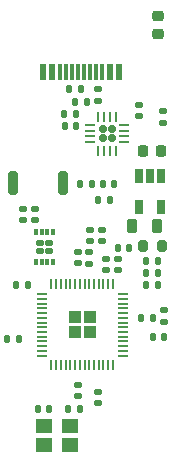
<source format=gtp>
G04 #@! TF.GenerationSoftware,KiCad,Pcbnew,(5.99.0-11630-gc5e195bdff)*
G04 #@! TF.CreationDate,2021-08-23T20:37:24+01:00*
G04 #@! TF.ProjectId,EnvPicoLiPo,456e7650-6963-46f4-9c69-506f2e6b6963,REV1*
G04 #@! TF.SameCoordinates,Original*
G04 #@! TF.FileFunction,Paste,Top*
G04 #@! TF.FilePolarity,Positive*
%FSLAX46Y46*%
G04 Gerber Fmt 4.6, Leading zero omitted, Abs format (unit mm)*
G04 Created by KiCad (PCBNEW (5.99.0-11630-gc5e195bdff)) date 2021-08-23 20:37:24*
%MOMM*%
%LPD*%
G01*
G04 APERTURE LIST*
G04 Aperture macros list*
%AMRoundRect*
0 Rectangle with rounded corners*
0 $1 Rounding radius*
0 $2 $3 $4 $5 $6 $7 $8 $9 X,Y pos of 4 corners*
0 Add a 4 corners polygon primitive as box body*
4,1,4,$2,$3,$4,$5,$6,$7,$8,$9,$2,$3,0*
0 Add four circle primitives for the rounded corners*
1,1,$1+$1,$2,$3*
1,1,$1+$1,$4,$5*
1,1,$1+$1,$6,$7*
1,1,$1+$1,$8,$9*
0 Add four rect primitives between the rounded corners*
20,1,$1+$1,$2,$3,$4,$5,0*
20,1,$1+$1,$4,$5,$6,$7,0*
20,1,$1+$1,$6,$7,$8,$9,0*
20,1,$1+$1,$8,$9,$2,$3,0*%
G04 Aperture macros list end*
%ADD10RoundRect,0.250000X-0.292217X-0.292217X0.292217X-0.292217X0.292217X0.292217X-0.292217X0.292217X0*%
%ADD11RoundRect,0.050000X-0.387500X-0.050000X0.387500X-0.050000X0.387500X0.050000X-0.387500X0.050000X0*%
%ADD12RoundRect,0.050000X-0.050000X-0.387500X0.050000X-0.387500X0.050000X0.387500X-0.050000X0.387500X0*%
%ADD13RoundRect,0.140000X-0.170000X0.140000X-0.170000X-0.140000X0.170000X-0.140000X0.170000X0.140000X0*%
%ADD14RoundRect,0.140000X0.170000X-0.140000X0.170000X0.140000X-0.170000X0.140000X-0.170000X-0.140000X0*%
%ADD15RoundRect,0.140000X0.140000X0.170000X-0.140000X0.170000X-0.140000X-0.170000X0.140000X-0.170000X0*%
%ADD16RoundRect,0.140000X-0.140000X-0.170000X0.140000X-0.170000X0.140000X0.170000X-0.140000X0.170000X0*%
%ADD17R,1.400000X1.150000*%
%ADD18R,0.600000X1.450000*%
%ADD19R,0.300000X1.450000*%
%ADD20RoundRect,0.135000X0.135000X0.185000X-0.135000X0.185000X-0.135000X-0.185000X0.135000X-0.185000X0*%
%ADD21RoundRect,0.140000X0.180000X-0.140000X0.180000X0.140000X-0.180000X0.140000X-0.180000X-0.140000X0*%
%ADD22RoundRect,0.087500X0.087500X-0.175000X0.087500X0.175000X-0.087500X0.175000X-0.087500X-0.175000X0*%
%ADD23RoundRect,0.200000X-0.200000X-0.800000X0.200000X-0.800000X0.200000X0.800000X-0.200000X0.800000X0*%
%ADD24RoundRect,0.147500X-0.172500X0.147500X-0.172500X-0.147500X0.172500X-0.147500X0.172500X0.147500X0*%
%ADD25RoundRect,0.200000X-0.200000X-0.275000X0.200000X-0.275000X0.200000X0.275000X-0.200000X0.275000X0*%
%ADD26RoundRect,0.135000X0.185000X-0.135000X0.185000X0.135000X-0.185000X0.135000X-0.185000X-0.135000X0*%
%ADD27RoundRect,0.225000X0.225000X0.250000X-0.225000X0.250000X-0.225000X-0.250000X0.225000X-0.250000X0*%
%ADD28RoundRect,0.160000X-0.160000X-0.160000X0.160000X-0.160000X0.160000X0.160000X-0.160000X0.160000X0*%
%ADD29RoundRect,0.062500X-0.375000X-0.062500X0.375000X-0.062500X0.375000X0.062500X-0.375000X0.062500X0*%
%ADD30RoundRect,0.062500X-0.062500X-0.375000X0.062500X-0.375000X0.062500X0.375000X-0.062500X0.375000X0*%
%ADD31RoundRect,0.218750X0.218750X0.381250X-0.218750X0.381250X-0.218750X-0.381250X0.218750X-0.381250X0*%
%ADD32R,0.650000X1.220000*%
%ADD33RoundRect,0.218750X0.256250X-0.218750X0.256250X0.218750X-0.256250X0.218750X-0.256250X-0.218750X0*%
%ADD34RoundRect,0.135000X-0.185000X0.135000X-0.185000X-0.135000X0.185000X-0.135000X0.185000X0.135000X0*%
%ADD35RoundRect,0.147500X0.147500X0.172500X-0.147500X0.172500X-0.147500X-0.172500X0.147500X-0.172500X0*%
%ADD36RoundRect,0.135000X-0.135000X-0.185000X0.135000X-0.185000X0.135000X0.185000X-0.135000X0.185000X0*%
G04 APERTURE END LIST*
D10*
X104327500Y-85387500D03*
X103052500Y-85387500D03*
X103052500Y-86662500D03*
X104327500Y-86662500D03*
D11*
X100252500Y-83425000D03*
X100252500Y-83825000D03*
X100252500Y-84225000D03*
X100252500Y-84625000D03*
X100252500Y-85025000D03*
X100252500Y-85425000D03*
X100252500Y-85825000D03*
X100252500Y-86225000D03*
X100252500Y-86625000D03*
X100252500Y-87025000D03*
X100252500Y-87425000D03*
X100252500Y-87825000D03*
X100252500Y-88225000D03*
X100252500Y-88625000D03*
D12*
X101090000Y-89462500D03*
X101490000Y-89462500D03*
X101890000Y-89462500D03*
X102290000Y-89462500D03*
X102690000Y-89462500D03*
X103090000Y-89462500D03*
X103490000Y-89462500D03*
X103890000Y-89462500D03*
X104290000Y-89462500D03*
X104690000Y-89462500D03*
X105090000Y-89462500D03*
X105490000Y-89462500D03*
X105890000Y-89462500D03*
X106290000Y-89462500D03*
D11*
X107127500Y-88625000D03*
X107127500Y-88225000D03*
X107127500Y-87825000D03*
X107127500Y-87425000D03*
X107127500Y-87025000D03*
X107127500Y-86625000D03*
X107127500Y-86225000D03*
X107127500Y-85825000D03*
X107127500Y-85425000D03*
X107127500Y-85025000D03*
X107127500Y-84625000D03*
X107127500Y-84225000D03*
X107127500Y-83825000D03*
X107127500Y-83425000D03*
D12*
X106290000Y-82587500D03*
X105890000Y-82587500D03*
X105490000Y-82587500D03*
X105090000Y-82587500D03*
X104690000Y-82587500D03*
X104290000Y-82587500D03*
X103890000Y-82587500D03*
X103490000Y-82587500D03*
X103090000Y-82587500D03*
X102690000Y-82587500D03*
X102290000Y-82587500D03*
X101890000Y-82587500D03*
X101490000Y-82587500D03*
X101090000Y-82587500D03*
D13*
X105000000Y-91695000D03*
X105000000Y-92655000D03*
D14*
X103335200Y-80820400D03*
X103335200Y-79860400D03*
D15*
X99080000Y-82650000D03*
X98120000Y-82650000D03*
D14*
X98687000Y-77150100D03*
X98687000Y-76190100D03*
D13*
X105334760Y-77983960D03*
X105334760Y-78943960D03*
D16*
X109654840Y-87025680D03*
X110614840Y-87025680D03*
D13*
X103335200Y-91087200D03*
X103335200Y-92047200D03*
D15*
X98318640Y-87254280D03*
X97358640Y-87254280D03*
D14*
X105732960Y-81396980D03*
X105732960Y-80436980D03*
D13*
X104384760Y-77983960D03*
X104384760Y-78943960D03*
D15*
X100869560Y-93172600D03*
X99909560Y-93172600D03*
D17*
X102673200Y-94607800D03*
X100473200Y-94607800D03*
X100473200Y-96207800D03*
X102673200Y-96207800D03*
D18*
X106825000Y-64620000D03*
X106050000Y-64620000D03*
D19*
X105350000Y-64620000D03*
X104850000Y-64620000D03*
X104350000Y-64620000D03*
X103850000Y-64620000D03*
X103350000Y-64620000D03*
X102850000Y-64620000D03*
X102350000Y-64620000D03*
X101850000Y-64620000D03*
D18*
X101150000Y-64620000D03*
X100375000Y-64620000D03*
D20*
X109692280Y-85430560D03*
X108672280Y-85430560D03*
X103625000Y-66075000D03*
X102605000Y-66075000D03*
D21*
X100100560Y-79098860D03*
X100900560Y-79098860D03*
X100900560Y-79798860D03*
X100100560Y-79798860D03*
D22*
X99750560Y-80736360D03*
X100250560Y-80736360D03*
X100750560Y-80736360D03*
X101250560Y-80736360D03*
X101250560Y-78161360D03*
X100750560Y-78161360D03*
X100250560Y-78161360D03*
X99750560Y-78161360D03*
D14*
X104300400Y-80836400D03*
X104300400Y-79876400D03*
X99720780Y-77147560D03*
X99720780Y-76187560D03*
D23*
X97871000Y-74006000D03*
X102071000Y-74006000D03*
D24*
X110655480Y-84788080D03*
X110655480Y-85758080D03*
D25*
X108815000Y-79325000D03*
X110465000Y-79325000D03*
D20*
X110097900Y-80593000D03*
X109077900Y-80593000D03*
D14*
X106726100Y-81394440D03*
X106726100Y-80434440D03*
D16*
X109120600Y-82612300D03*
X110080600Y-82612300D03*
X109120600Y-81621700D03*
X110080600Y-81621700D03*
D15*
X103488300Y-93185300D03*
X102528300Y-93185300D03*
D26*
X105062400Y-67109000D03*
X105062400Y-66089000D03*
D27*
X110350200Y-71296600D03*
X108800200Y-71296600D03*
D28*
X106216000Y-69423400D03*
X105416000Y-70223400D03*
X105416000Y-69423400D03*
X106216000Y-70223400D03*
D29*
X104378500Y-69073400D03*
X104378500Y-69573400D03*
X104378500Y-70073400D03*
X104378500Y-70573400D03*
D30*
X105066000Y-71260900D03*
X105566000Y-71260900D03*
X106066000Y-71260900D03*
X106566000Y-71260900D03*
D29*
X107253500Y-70573400D03*
X107253500Y-70073400D03*
X107253500Y-69573400D03*
X107253500Y-69073400D03*
D30*
X106566000Y-68385900D03*
X106066000Y-68385900D03*
X105566000Y-68385900D03*
X105066000Y-68385900D03*
D31*
X110002500Y-77675000D03*
X107877500Y-77675000D03*
D20*
X106050000Y-75425000D03*
X105030000Y-75425000D03*
D32*
X110372800Y-73441000D03*
X109422800Y-73441000D03*
X108472800Y-73441000D03*
X108472800Y-76061000D03*
X110372800Y-76061000D03*
D33*
X110134000Y-61416100D03*
X110134000Y-59841100D03*
D14*
X108490000Y-68339600D03*
X108490000Y-67379600D03*
D34*
X110515000Y-67890000D03*
X110515000Y-68910000D03*
D16*
X102211800Y-69201100D03*
X103171800Y-69201100D03*
D35*
X106392300Y-74116000D03*
X105422300Y-74116000D03*
D20*
X104116200Y-67169100D03*
X103096200Y-67169100D03*
D36*
X102169100Y-68197800D03*
X103189100Y-68197800D03*
X103464500Y-74116000D03*
X104484500Y-74116000D03*
D15*
X107650600Y-79492800D03*
X106690600Y-79492800D03*
M02*

</source>
